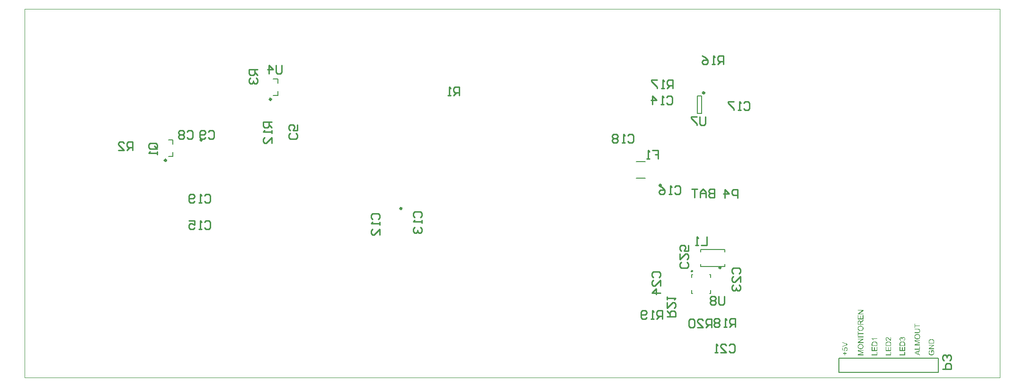
<source format=gbo>
%FSLAX25Y25*%
%MOIN*%
G70*
G01*
G75*
G04 Layer_Color=32896*
G04:AMPARAMS|DCode=10|XSize=23.62mil|YSize=61.02mil|CornerRadius=5.91mil|HoleSize=0mil|Usage=FLASHONLY|Rotation=0.000|XOffset=0mil|YOffset=0mil|HoleType=Round|Shape=RoundedRectangle|*
%AMROUNDEDRECTD10*
21,1,0.02362,0.04921,0,0,0.0*
21,1,0.01181,0.06102,0,0,0.0*
1,1,0.01181,0.00591,-0.02461*
1,1,0.01181,-0.00591,-0.02461*
1,1,0.01181,-0.00591,0.02461*
1,1,0.01181,0.00591,0.02461*
%
%ADD10ROUNDEDRECTD10*%
%ADD11O,0.07480X0.02362*%
%ADD12O,0.01378X0.07087*%
G04:AMPARAMS|DCode=13|XSize=23.62mil|YSize=61.02mil|CornerRadius=5.91mil|HoleSize=0mil|Usage=FLASHONLY|Rotation=270.000|XOffset=0mil|YOffset=0mil|HoleType=Round|Shape=RoundedRectangle|*
%AMROUNDEDRECTD13*
21,1,0.02362,0.04921,0,0,270.0*
21,1,0.01181,0.06102,0,0,270.0*
1,1,0.01181,-0.02461,-0.00591*
1,1,0.01181,-0.02461,0.00591*
1,1,0.01181,0.02461,0.00591*
1,1,0.01181,0.02461,-0.00591*
%
%ADD13ROUNDEDRECTD13*%
%ADD14R,0.03937X0.05315*%
%ADD15R,0.04134X0.04331*%
%ADD16R,0.03150X0.01969*%
%ADD17R,0.01969X0.03150*%
%ADD18R,0.04724X0.05315*%
%ADD19R,0.05315X0.04724*%
%ADD20R,0.05709X0.04528*%
%ADD21R,0.04528X0.05709*%
%ADD22C,0.01969*%
%ADD23C,0.01500*%
%ADD24C,0.02000*%
%ADD25C,0.01300*%
%ADD26C,0.04000*%
%ADD27C,0.05000*%
%ADD28C,0.03000*%
%ADD29C,0.06500*%
%ADD30C,0.06000*%
%ADD31R,0.03500X0.07500*%
%ADD32R,0.04724X0.07087*%
%ADD33R,0.07500X0.03500*%
%ADD34R,0.05600X0.07700*%
%ADD35C,0.00100*%
%ADD36C,0.11417*%
%ADD37C,0.15354*%
%ADD38C,0.11024*%
%ADD39C,0.05906*%
%ADD40R,0.05906X0.05906*%
%ADD41C,0.06000*%
%ADD42R,0.05906X0.05906*%
%ADD43P,0.05966X8X112.5*%
%ADD44C,0.05512*%
%ADD45C,0.11811*%
%ADD46C,0.10236*%
%ADD47C,0.05000*%
%ADD48C,0.02284*%
%ADD49C,0.15700*%
%ADD50C,0.04000*%
%ADD51C,0.02000*%
%ADD52C,0.06200*%
%ADD53R,0.06693X0.12598*%
%ADD54R,0.09449X0.06496*%
%ADD55O,0.01102X0.03347*%
%ADD56R,0.03543X0.02559*%
%ADD57R,0.06102X0.05512*%
%ADD58R,0.04331X0.04134*%
%ADD59R,0.03937X0.02362*%
%ADD60C,0.04500*%
%ADD61C,0.01000*%
%ADD62C,0.02500*%
%ADD63C,0.07000*%
%ADD64C,0.03500*%
%ADD65C,0.05500*%
%ADD66R,0.07087X0.04724*%
%ADD67R,0.02756X0.01102*%
%ADD68C,0.01575*%
%ADD69C,0.02362*%
%ADD70C,0.03937*%
%ADD71C,0.00787*%
%ADD72C,0.00800*%
G04:AMPARAMS|DCode=73|XSize=31.62mil|YSize=69.02mil|CornerRadius=9.91mil|HoleSize=0mil|Usage=FLASHONLY|Rotation=0.000|XOffset=0mil|YOffset=0mil|HoleType=Round|Shape=RoundedRectangle|*
%AMROUNDEDRECTD73*
21,1,0.03162,0.04921,0,0,0.0*
21,1,0.01181,0.06902,0,0,0.0*
1,1,0.01981,0.00591,-0.02461*
1,1,0.01981,-0.00591,-0.02461*
1,1,0.01981,-0.00591,0.02461*
1,1,0.01981,0.00591,0.02461*
%
%ADD73ROUNDEDRECTD73*%
%ADD74O,0.08280X0.03162*%
%ADD75O,0.02178X0.07887*%
G04:AMPARAMS|DCode=76|XSize=31.62mil|YSize=69.02mil|CornerRadius=9.91mil|HoleSize=0mil|Usage=FLASHONLY|Rotation=270.000|XOffset=0mil|YOffset=0mil|HoleType=Round|Shape=RoundedRectangle|*
%AMROUNDEDRECTD76*
21,1,0.03162,0.04921,0,0,270.0*
21,1,0.01181,0.06902,0,0,270.0*
1,1,0.01981,-0.02461,-0.00591*
1,1,0.01981,-0.02461,0.00591*
1,1,0.01981,0.02461,0.00591*
1,1,0.01981,0.02461,-0.00591*
%
%ADD76ROUNDEDRECTD76*%
%ADD77R,0.04737X0.06115*%
%ADD78R,0.04934X0.05131*%
%ADD79R,0.03950X0.02769*%
%ADD80R,0.02769X0.03950*%
%ADD81R,0.05524X0.06115*%
%ADD82R,0.06115X0.05524*%
%ADD83R,0.06509X0.05328*%
%ADD84R,0.05328X0.06509*%
%ADD85C,0.12217*%
%ADD86C,0.16154*%
%ADD87C,0.11824*%
%ADD88C,0.06706*%
%ADD89R,0.06706X0.06706*%
%ADD90C,0.06800*%
%ADD91R,0.06706X0.06706*%
%ADD92P,0.06832X8X112.5*%
%ADD93C,0.06312*%
%ADD94C,0.12611*%
%ADD95C,0.11036*%
%ADD96C,0.05800*%
%ADD97C,0.03084*%
%ADD98C,0.16500*%
%ADD99C,0.04800*%
%ADD100C,0.02800*%
%ADD101C,0.07000*%
%ADD102R,0.07493X0.13398*%
%ADD103R,0.10000X0.07047*%
%ADD104O,0.01654X0.03898*%
%ADD105R,0.04343X0.03359*%
%ADD106R,0.06902X0.06312*%
%ADD107R,0.05131X0.04934*%
%ADD108R,0.04737X0.03162*%
%ADD109R,0.03556X0.01902*%
%ADD110R,0.04134X0.02677*%
%ADD111R,0.01969X0.01024*%
%ADD112O,0.00906X0.03150*%
G36*
X191969Y3094D02*
X192016D01*
X192121Y3088D01*
X192238Y3077D01*
X192373Y3053D01*
X192507Y3030D01*
X192636Y2995D01*
X192642D01*
X192653Y2989D01*
X192671Y2983D01*
X192694Y2977D01*
X192753Y2954D01*
X192835Y2925D01*
X192922Y2890D01*
X193016Y2843D01*
X193110Y2790D01*
X193198Y2732D01*
X193209Y2726D01*
X193233Y2702D01*
X193273Y2673D01*
X193326Y2626D01*
X193379Y2580D01*
X193437Y2515D01*
X193496Y2451D01*
X193549Y2381D01*
X193554Y2375D01*
X193566Y2346D01*
X193589Y2305D01*
X193619Y2252D01*
X193648Y2188D01*
X193677Y2112D01*
X193706Y2024D01*
X193736Y1924D01*
Y1913D01*
X193747Y1878D01*
X193753Y1825D01*
X193765Y1749D01*
X193777Y1661D01*
X193788Y1556D01*
X193794Y1439D01*
X193800Y1310D01*
Y-71D01*
X189956D01*
Y1246D01*
Y1252D01*
Y1263D01*
Y1287D01*
Y1322D01*
Y1357D01*
Y1404D01*
X189962Y1503D01*
X189968Y1609D01*
X189980Y1726D01*
X189997Y1837D01*
X190015Y1930D01*
Y1936D01*
X190021Y1948D01*
Y1960D01*
X190033Y1983D01*
X190050Y2047D01*
X190079Y2123D01*
X190114Y2211D01*
X190161Y2305D01*
X190220Y2398D01*
X190290Y2492D01*
Y2498D01*
X190302Y2503D01*
X190337Y2544D01*
X190395Y2597D01*
X190471Y2661D01*
X190565Y2737D01*
X190676Y2814D01*
X190805Y2884D01*
X190951Y2948D01*
X190957D01*
X190969Y2954D01*
X190992Y2960D01*
X191021Y2971D01*
X191056Y2983D01*
X191103Y2995D01*
X191156Y3012D01*
X191214Y3024D01*
X191279Y3036D01*
X191349Y3053D01*
X191501Y3077D01*
X191671Y3094D01*
X191858Y3100D01*
X191934D01*
X191969Y3094D01*
D02*
G37*
G36*
X192747Y6119D02*
X192794Y6113D01*
X192841Y6107D01*
X192899Y6095D01*
X192958Y6078D01*
X193092Y6037D01*
X193168Y6008D01*
X193238Y5967D01*
X193309Y5926D01*
X193379Y5879D01*
X193449Y5821D01*
X193519Y5756D01*
X193525Y5750D01*
X193537Y5739D01*
X193549Y5721D01*
X193572Y5692D01*
X193601Y5657D01*
X193630Y5610D01*
X193660Y5557D01*
X193689Y5505D01*
X193724Y5440D01*
X193753Y5370D01*
X193782Y5294D01*
X193812Y5212D01*
X193835Y5124D01*
X193847Y5031D01*
X193859Y4931D01*
X193864Y4832D01*
Y4826D01*
Y4808D01*
Y4785D01*
X193859Y4750D01*
X193853Y4703D01*
X193847Y4656D01*
X193841Y4598D01*
X193829Y4539D01*
X193794Y4405D01*
X193736Y4264D01*
X193706Y4194D01*
X193666Y4130D01*
X193619Y4060D01*
X193566Y3995D01*
X193560Y3989D01*
X193554Y3984D01*
X193537Y3966D01*
X193513Y3943D01*
X193478Y3919D01*
X193443Y3890D01*
X193402Y3855D01*
X193355Y3826D01*
X193238Y3755D01*
X193104Y3697D01*
X192952Y3644D01*
X192870Y3627D01*
X192782Y3615D01*
X192718Y4089D01*
X192724D01*
X192735Y4095D01*
X192759D01*
X192782Y4106D01*
X192852Y4124D01*
X192940Y4153D01*
X193034Y4188D01*
X193133Y4235D01*
X193221Y4294D01*
X193297Y4358D01*
X193303Y4370D01*
X193326Y4393D01*
X193350Y4434D01*
X193385Y4493D01*
X193414Y4557D01*
X193443Y4639D01*
X193467Y4732D01*
X193472Y4832D01*
Y4838D01*
Y4849D01*
Y4867D01*
X193467Y4890D01*
X193461Y4949D01*
X193443Y5025D01*
X193414Y5119D01*
X193379Y5212D01*
X193320Y5306D01*
X193244Y5393D01*
X193233Y5405D01*
X193203Y5429D01*
X193157Y5464D01*
X193086Y5510D01*
X193004Y5551D01*
X192905Y5587D01*
X192794Y5610D01*
X192671Y5622D01*
X192642D01*
X192618Y5616D01*
X192560Y5610D01*
X192484Y5592D01*
X192402Y5569D01*
X192308Y5528D01*
X192220Y5475D01*
X192139Y5405D01*
X192127Y5393D01*
X192104Y5370D01*
X192074Y5323D01*
X192033Y5259D01*
X191992Y5183D01*
X191963Y5089D01*
X191940Y4990D01*
X191928Y4873D01*
Y4867D01*
Y4849D01*
Y4820D01*
X191934Y4779D01*
X191940Y4732D01*
X191946Y4674D01*
X191957Y4609D01*
X191975Y4539D01*
X191559Y4592D01*
Y4598D01*
Y4621D01*
X191565Y4645D01*
Y4668D01*
Y4674D01*
Y4680D01*
Y4697D01*
Y4721D01*
X191559Y4773D01*
X191548Y4849D01*
X191530Y4931D01*
X191501Y5019D01*
X191466Y5113D01*
X191413Y5206D01*
X191407Y5218D01*
X191384Y5247D01*
X191343Y5282D01*
X191290Y5329D01*
X191226Y5376D01*
X191144Y5411D01*
X191045Y5440D01*
X190928Y5452D01*
X190887D01*
X190840Y5440D01*
X190776Y5429D01*
X190711Y5411D01*
X190641Y5376D01*
X190565Y5335D01*
X190501Y5276D01*
X190495Y5271D01*
X190471Y5247D01*
X190442Y5206D01*
X190413Y5154D01*
X190378Y5089D01*
X190354Y5013D01*
X190331Y4925D01*
X190325Y4826D01*
Y4820D01*
Y4814D01*
Y4779D01*
X190337Y4727D01*
X190348Y4668D01*
X190366Y4592D01*
X190401Y4516D01*
X190442Y4440D01*
X190501Y4364D01*
X190506Y4358D01*
X190530Y4335D01*
X190571Y4305D01*
X190629Y4270D01*
X190700Y4229D01*
X190787Y4194D01*
X190893Y4159D01*
X191015Y4136D01*
X190934Y3662D01*
X190928D01*
X190910Y3668D01*
X190887Y3673D01*
X190857Y3679D01*
X190816Y3691D01*
X190770Y3703D01*
X190664Y3744D01*
X190547Y3791D01*
X190425Y3861D01*
X190307Y3943D01*
X190202Y4048D01*
X190196Y4054D01*
X190191Y4060D01*
X190179Y4077D01*
X190161Y4106D01*
X190144Y4136D01*
X190120Y4171D01*
X190068Y4259D01*
X190021Y4370D01*
X189980Y4504D01*
X189951Y4651D01*
X189939Y4732D01*
Y4814D01*
Y4820D01*
Y4826D01*
Y4843D01*
Y4867D01*
X189945Y4925D01*
X189956Y5001D01*
X189974Y5089D01*
X189997Y5189D01*
X190033Y5288D01*
X190079Y5388D01*
Y5393D01*
X190085Y5399D01*
X190103Y5434D01*
X190132Y5481D01*
X190173Y5540D01*
X190226Y5604D01*
X190290Y5674D01*
X190366Y5739D01*
X190448Y5797D01*
X190460Y5803D01*
X190489Y5821D01*
X190536Y5844D01*
X190594Y5867D01*
X190670Y5891D01*
X190752Y5914D01*
X190840Y5932D01*
X190939Y5937D01*
X190980D01*
X191027Y5932D01*
X191086Y5920D01*
X191156Y5902D01*
X191232Y5879D01*
X191314Y5850D01*
X191390Y5803D01*
X191402Y5797D01*
X191425Y5779D01*
X191460Y5744D01*
X191507Y5703D01*
X191559Y5645D01*
X191612Y5581D01*
X191671Y5499D01*
X191717Y5405D01*
Y5411D01*
X191723Y5423D01*
Y5440D01*
X191735Y5464D01*
X191753Y5522D01*
X191788Y5598D01*
X191829Y5680D01*
X191887Y5768D01*
X191957Y5856D01*
X192045Y5932D01*
X192057Y5937D01*
X192092Y5961D01*
X192145Y5990D01*
X192215Y6031D01*
X192302Y6066D01*
X192408Y6095D01*
X192531Y6119D01*
X192665Y6125D01*
X192712D01*
X192747Y6119D01*
D02*
G37*
G36*
X193800Y-6658D02*
X189956D01*
Y-6149D01*
X193350D01*
Y-4259D01*
X193800D01*
Y-6658D01*
D02*
G37*
G36*
Y-3639D02*
X189956D01*
Y-860D01*
X190407D01*
Y-3130D01*
X191589D01*
Y-1006D01*
X192039D01*
Y-3130D01*
X193350D01*
Y-772D01*
X193800D01*
Y-3639D01*
D02*
G37*
G36*
X184000Y-6658D02*
X180157D01*
Y-6149D01*
X183549D01*
Y-4259D01*
X184000D01*
Y-6658D01*
D02*
G37*
G36*
Y3545D02*
X183936D01*
X183895Y3551D01*
X183848Y3557D01*
X183795Y3562D01*
X183737Y3580D01*
X183678Y3598D01*
X183672D01*
X183667Y3603D01*
X183631Y3615D01*
X183585Y3638D01*
X183514Y3673D01*
X183438Y3714D01*
X183351Y3773D01*
X183263Y3831D01*
X183169Y3907D01*
X183163D01*
X183158Y3919D01*
X183123Y3949D01*
X183070Y3995D01*
X183000Y4065D01*
X182918Y4153D01*
X182818Y4259D01*
X182707Y4387D01*
X182584Y4528D01*
X182578Y4533D01*
X182561Y4557D01*
X182537Y4586D01*
X182497Y4627D01*
X182456Y4680D01*
X182403Y4738D01*
X182292Y4867D01*
X182157Y5007D01*
X182023Y5148D01*
X181958Y5218D01*
X181894Y5276D01*
X181830Y5329D01*
X181771Y5376D01*
X181765D01*
X181759Y5388D01*
X181742Y5399D01*
X181719Y5411D01*
X181660Y5446D01*
X181584Y5487D01*
X181496Y5528D01*
X181403Y5563D01*
X181297Y5587D01*
X181198Y5598D01*
X181186D01*
X181151Y5592D01*
X181098Y5587D01*
X181034Y5575D01*
X180958Y5545D01*
X180882Y5510D01*
X180800Y5464D01*
X180724Y5393D01*
X180718Y5382D01*
X180695Y5358D01*
X180666Y5311D01*
X180624Y5253D01*
X180589Y5177D01*
X180560Y5089D01*
X180537Y4984D01*
X180531Y4867D01*
Y4861D01*
Y4849D01*
Y4832D01*
X180537Y4808D01*
X180543Y4750D01*
X180554Y4674D01*
X180584Y4586D01*
X180619Y4493D01*
X180671Y4405D01*
X180742Y4323D01*
X180753Y4317D01*
X180777Y4294D01*
X180824Y4259D01*
X180888Y4223D01*
X180970Y4183D01*
X181063Y4153D01*
X181175Y4130D01*
X181303Y4118D01*
X181251Y3633D01*
X181227D01*
X181198Y3638D01*
X181163Y3644D01*
X181116Y3656D01*
X181063Y3662D01*
X180946Y3697D01*
X180812Y3744D01*
X180677Y3808D01*
X180543Y3896D01*
X180484Y3943D01*
X180426Y4001D01*
X180420Y4007D01*
X180414Y4019D01*
X180396Y4036D01*
X180379Y4060D01*
X180361Y4095D01*
X180332Y4136D01*
X180309Y4183D01*
X180279Y4235D01*
X180256Y4294D01*
X180227Y4358D01*
X180203Y4434D01*
X180186Y4510D01*
X180151Y4686D01*
X180145Y4779D01*
X180139Y4879D01*
Y4885D01*
Y4902D01*
Y4931D01*
X180145Y4972D01*
X180151Y5019D01*
X180157Y5072D01*
X180162Y5130D01*
X180180Y5195D01*
X180215Y5335D01*
X180268Y5481D01*
X180303Y5557D01*
X180344Y5627D01*
X180396Y5692D01*
X180449Y5756D01*
X180455Y5762D01*
X180461Y5768D01*
X180478Y5785D01*
X180502Y5809D01*
X180537Y5832D01*
X180572Y5861D01*
X180660Y5920D01*
X180771Y5978D01*
X180900Y6031D01*
X181046Y6072D01*
X181128Y6078D01*
X181210Y6084D01*
X181251D01*
X181297Y6078D01*
X181356Y6072D01*
X181426Y6060D01*
X181502Y6043D01*
X181584Y6019D01*
X181666Y5984D01*
X181677Y5978D01*
X181707Y5967D01*
X181748Y5943D01*
X181806Y5908D01*
X181876Y5867D01*
X181958Y5815D01*
X182040Y5744D01*
X182134Y5668D01*
X182146Y5657D01*
X182181Y5627D01*
X182233Y5575D01*
X182268Y5540D01*
X182309Y5499D01*
X182356Y5452D01*
X182409Y5393D01*
X182461Y5335D01*
X182526Y5271D01*
X182590Y5200D01*
X182660Y5119D01*
X182730Y5037D01*
X182812Y4943D01*
X182818Y4937D01*
X182830Y4925D01*
X182848Y4902D01*
X182871Y4873D01*
X182929Y4803D01*
X183005Y4715D01*
X183087Y4627D01*
X183169Y4533D01*
X183239Y4457D01*
X183269Y4428D01*
X183298Y4399D01*
X183304Y4393D01*
X183321Y4381D01*
X183345Y4358D01*
X183380Y4329D01*
X183456Y4264D01*
X183549Y4200D01*
Y6090D01*
X184000D01*
Y3545D01*
D02*
G37*
G36*
X174200Y-6658D02*
X170357D01*
Y-6149D01*
X173749D01*
Y-4259D01*
X174200D01*
Y-6658D01*
D02*
G37*
G36*
X184000Y-3639D02*
X180157D01*
Y-860D01*
X180607D01*
Y-3130D01*
X181789D01*
Y-1006D01*
X182239D01*
Y-3130D01*
X183549D01*
Y-772D01*
X184000D01*
Y-3639D01*
D02*
G37*
G36*
X182169Y3094D02*
X182216D01*
X182321Y3088D01*
X182438Y3077D01*
X182573Y3053D01*
X182707Y3030D01*
X182836Y2995D01*
X182842D01*
X182853Y2989D01*
X182871Y2983D01*
X182894Y2977D01*
X182953Y2954D01*
X183035Y2925D01*
X183123Y2890D01*
X183216Y2843D01*
X183310Y2790D01*
X183397Y2732D01*
X183409Y2726D01*
X183432Y2702D01*
X183474Y2673D01*
X183526Y2626D01*
X183579Y2580D01*
X183637Y2515D01*
X183696Y2451D01*
X183748Y2381D01*
X183754Y2375D01*
X183766Y2346D01*
X183789Y2305D01*
X183819Y2252D01*
X183848Y2188D01*
X183877Y2112D01*
X183906Y2024D01*
X183936Y1924D01*
Y1913D01*
X183947Y1878D01*
X183953Y1825D01*
X183965Y1749D01*
X183977Y1661D01*
X183988Y1556D01*
X183994Y1439D01*
X184000Y1310D01*
Y-71D01*
X180157D01*
Y1246D01*
Y1252D01*
Y1263D01*
Y1287D01*
Y1322D01*
Y1357D01*
Y1404D01*
X180162Y1503D01*
X180168Y1609D01*
X180180Y1726D01*
X180198Y1837D01*
X180215Y1930D01*
Y1936D01*
X180221Y1948D01*
Y1960D01*
X180233Y1983D01*
X180250Y2047D01*
X180279Y2123D01*
X180315Y2211D01*
X180361Y2305D01*
X180420Y2398D01*
X180490Y2492D01*
Y2498D01*
X180502Y2503D01*
X180537Y2544D01*
X180595Y2597D01*
X180671Y2661D01*
X180765Y2737D01*
X180876Y2814D01*
X181005Y2884D01*
X181151Y2948D01*
X181157D01*
X181169Y2954D01*
X181192Y2960D01*
X181221Y2971D01*
X181256Y2983D01*
X181303Y2995D01*
X181356Y3012D01*
X181414Y3024D01*
X181479Y3036D01*
X181549Y3053D01*
X181701Y3077D01*
X181871Y3094D01*
X182058Y3100D01*
X182134D01*
X182169Y3094D01*
D02*
G37*
G36*
X212469Y4680D02*
X212516D01*
X212621Y4674D01*
X212738Y4662D01*
X212873Y4639D01*
X213007Y4615D01*
X213136Y4580D01*
X213142D01*
X213153Y4574D01*
X213171Y4569D01*
X213194Y4563D01*
X213253Y4539D01*
X213335Y4510D01*
X213422Y4475D01*
X213516Y4428D01*
X213610Y4375D01*
X213697Y4317D01*
X213709Y4311D01*
X213733Y4288D01*
X213773Y4259D01*
X213826Y4212D01*
X213879Y4165D01*
X213937Y4101D01*
X213996Y4036D01*
X214049Y3966D01*
X214054Y3960D01*
X214066Y3931D01*
X214089Y3890D01*
X214119Y3837D01*
X214148Y3773D01*
X214177Y3697D01*
X214206Y3609D01*
X214236Y3510D01*
Y3498D01*
X214247Y3463D01*
X214253Y3410D01*
X214265Y3334D01*
X214277Y3246D01*
X214288Y3141D01*
X214294Y3024D01*
X214300Y2895D01*
Y1515D01*
X210457D01*
Y2831D01*
Y2837D01*
Y2849D01*
Y2872D01*
Y2907D01*
Y2942D01*
Y2989D01*
X210462Y3088D01*
X210468Y3194D01*
X210480Y3311D01*
X210497Y3422D01*
X210515Y3516D01*
Y3521D01*
X210521Y3533D01*
Y3545D01*
X210533Y3568D01*
X210550Y3633D01*
X210579Y3709D01*
X210614Y3796D01*
X210661Y3890D01*
X210720Y3984D01*
X210790Y4077D01*
Y4083D01*
X210802Y4089D01*
X210837Y4130D01*
X210895Y4183D01*
X210971Y4247D01*
X211065Y4323D01*
X211176Y4399D01*
X211305Y4469D01*
X211451Y4533D01*
X211457D01*
X211469Y4539D01*
X211492Y4545D01*
X211521Y4557D01*
X211556Y4569D01*
X211603Y4580D01*
X211656Y4598D01*
X211714Y4609D01*
X211779Y4621D01*
X211849Y4639D01*
X212001Y4662D01*
X212171Y4680D01*
X212358Y4686D01*
X212434D01*
X212469Y4680D01*
D02*
G37*
G36*
X204300Y-3645D02*
X203136Y-4089D01*
Y-5704D01*
X204300Y-6119D01*
Y-6658D01*
X200457Y-5189D01*
Y-4634D01*
X204300Y-3071D01*
Y-3645D01*
D02*
G37*
G36*
X213773Y-3112D02*
X213779Y-3124D01*
X213797Y-3142D01*
X213814Y-3171D01*
X213844Y-3206D01*
X213867Y-3247D01*
X213937Y-3347D01*
X214007Y-3463D01*
X214084Y-3592D01*
X214154Y-3738D01*
X214218Y-3885D01*
Y-3890D01*
X214224Y-3902D01*
X214230Y-3926D01*
X214242Y-3955D01*
X214253Y-3990D01*
X214265Y-4031D01*
X214277Y-4084D01*
X214288Y-4136D01*
X214317Y-4259D01*
X214341Y-4394D01*
X214358Y-4546D01*
X214364Y-4698D01*
Y-4704D01*
Y-4721D01*
Y-4750D01*
X214358Y-4791D01*
Y-4844D01*
X214353Y-4903D01*
X214347Y-4967D01*
X214335Y-5037D01*
X214306Y-5201D01*
X214265Y-5371D01*
X214206Y-5552D01*
X214124Y-5727D01*
X214119Y-5733D01*
X214113Y-5745D01*
X214101Y-5774D01*
X214078Y-5804D01*
X214054Y-5844D01*
X214025Y-5885D01*
X213949Y-5985D01*
X213849Y-6102D01*
X213727Y-6213D01*
X213586Y-6324D01*
X213428Y-6424D01*
X213422D01*
X213405Y-6435D01*
X213382Y-6447D01*
X213347Y-6459D01*
X213305Y-6476D01*
X213253Y-6500D01*
X213194Y-6517D01*
X213124Y-6541D01*
X213054Y-6564D01*
X212972Y-6582D01*
X212796Y-6622D01*
X212603Y-6646D01*
X212399Y-6658D01*
X212346D01*
X212305Y-6652D01*
X212252D01*
X212194Y-6646D01*
X212130Y-6640D01*
X212059Y-6628D01*
X211896Y-6599D01*
X211720Y-6558D01*
X211533Y-6500D01*
X211352Y-6424D01*
X211346D01*
X211328Y-6412D01*
X211305Y-6400D01*
X211270Y-6383D01*
X211229Y-6353D01*
X211188Y-6324D01*
X211077Y-6254D01*
X210960Y-6154D01*
X210843Y-6043D01*
X210732Y-5903D01*
X210679Y-5833D01*
X210632Y-5751D01*
Y-5745D01*
X210620Y-5733D01*
X210609Y-5704D01*
X210597Y-5675D01*
X210574Y-5634D01*
X210556Y-5581D01*
X210533Y-5523D01*
X210509Y-5458D01*
X210492Y-5388D01*
X210468Y-5312D01*
X210427Y-5137D01*
X210404Y-4949D01*
X210392Y-4739D01*
Y-4733D01*
Y-4721D01*
Y-4698D01*
Y-4669D01*
X210398Y-4634D01*
Y-4587D01*
X210410Y-4487D01*
X210427Y-4376D01*
X210451Y-4247D01*
X210486Y-4119D01*
X210533Y-3990D01*
Y-3984D01*
X210539Y-3972D01*
X210544Y-3955D01*
X210556Y-3932D01*
X210585Y-3873D01*
X210632Y-3797D01*
X210685Y-3709D01*
X210749Y-3621D01*
X210819Y-3534D01*
X210907Y-3458D01*
X210919Y-3452D01*
X210948Y-3428D01*
X211001Y-3393D01*
X211077Y-3347D01*
X211164Y-3300D01*
X211270Y-3253D01*
X211392Y-3206D01*
X211533Y-3165D01*
X211662Y-3627D01*
X211656D01*
X211650Y-3633D01*
X211615Y-3639D01*
X211562Y-3662D01*
X211492Y-3686D01*
X211422Y-3715D01*
X211346Y-3750D01*
X211270Y-3791D01*
X211199Y-3838D01*
X211194Y-3844D01*
X211170Y-3861D01*
X211141Y-3890D01*
X211100Y-3932D01*
X211059Y-3984D01*
X211012Y-4048D01*
X210971Y-4119D01*
X210930Y-4206D01*
X210925Y-4218D01*
X210913Y-4247D01*
X210895Y-4300D01*
X210878Y-4364D01*
X210860Y-4440D01*
X210843Y-4528D01*
X210831Y-4628D01*
X210825Y-4733D01*
Y-4739D01*
Y-4750D01*
Y-4768D01*
Y-4791D01*
X210831Y-4856D01*
X210837Y-4938D01*
X210854Y-5031D01*
X210872Y-5137D01*
X210901Y-5236D01*
X210936Y-5336D01*
X210942Y-5347D01*
X210954Y-5376D01*
X210977Y-5423D01*
X211012Y-5482D01*
X211053Y-5546D01*
X211100Y-5616D01*
X211153Y-5681D01*
X211217Y-5745D01*
X211223Y-5751D01*
X211246Y-5768D01*
X211281Y-5798D01*
X211328Y-5833D01*
X211387Y-5874D01*
X211451Y-5915D01*
X211521Y-5950D01*
X211597Y-5985D01*
X211603D01*
X211615Y-5991D01*
X211632Y-5996D01*
X211662Y-6008D01*
X211691Y-6020D01*
X211732Y-6032D01*
X211825Y-6055D01*
X211943Y-6084D01*
X212071Y-6108D01*
X212217Y-6125D01*
X212369Y-6131D01*
X212416D01*
X212457Y-6125D01*
X212498D01*
X212551Y-6119D01*
X212609Y-6114D01*
X212668Y-6108D01*
X212808Y-6090D01*
X212954Y-6055D01*
X213095Y-6014D01*
X213235Y-5956D01*
X213241D01*
X213253Y-5950D01*
X213270Y-5938D01*
X213294Y-5920D01*
X213352Y-5880D01*
X213428Y-5827D01*
X213510Y-5757D01*
X213598Y-5669D01*
X213680Y-5564D01*
X213750Y-5447D01*
Y-5441D01*
X213756Y-5429D01*
X213768Y-5412D01*
X213773Y-5388D01*
X213785Y-5359D01*
X213803Y-5318D01*
X213832Y-5230D01*
X213861Y-5119D01*
X213891Y-5002D01*
X213908Y-4868D01*
X213914Y-4727D01*
Y-4721D01*
Y-4710D01*
Y-4692D01*
Y-4669D01*
X213908Y-4604D01*
X213896Y-4522D01*
X213885Y-4429D01*
X213861Y-4318D01*
X213832Y-4201D01*
X213791Y-4084D01*
Y-4078D01*
X213785Y-4072D01*
X213779Y-4054D01*
X213768Y-4031D01*
X213744Y-3972D01*
X213709Y-3902D01*
X213668Y-3826D01*
X213621Y-3750D01*
X213569Y-3674D01*
X213516Y-3604D01*
X212791D01*
Y-4733D01*
X212340D01*
Y-3107D01*
X213768D01*
X213773Y-3112D01*
D02*
G37*
G36*
X214300Y140D02*
X211281Y-1878D01*
X214300D01*
Y-2364D01*
X210457D01*
Y-1849D01*
X213475Y175D01*
X210457D01*
Y661D01*
X214300D01*
Y140D01*
D02*
G37*
G36*
X204300Y-2680D02*
X200457D01*
Y-2171D01*
X203850D01*
Y-281D01*
X204300D01*
Y-2680D01*
D02*
G37*
G36*
X202826Y11986D02*
X202878D01*
X202943Y11981D01*
X203013Y11975D01*
X203159Y11957D01*
X203311Y11934D01*
X203463Y11904D01*
X203598Y11858D01*
X203604D01*
X203616Y11852D01*
X203633Y11846D01*
X203657Y11834D01*
X203715Y11799D01*
X203797Y11752D01*
X203885Y11688D01*
X203978Y11606D01*
X204066Y11501D01*
X204154Y11384D01*
Y11378D01*
X204166Y11366D01*
X204171Y11349D01*
X204189Y11320D01*
X204201Y11290D01*
X204218Y11249D01*
X204241Y11197D01*
X204259Y11144D01*
X204277Y11085D01*
X204300Y11015D01*
X204318Y10945D01*
X204329Y10863D01*
X204353Y10688D01*
X204364Y10489D01*
Y10483D01*
Y10465D01*
Y10436D01*
X204359Y10401D01*
Y10354D01*
X204353Y10302D01*
X204347Y10243D01*
X204341Y10179D01*
X204318Y10038D01*
X204288Y9892D01*
X204241Y9740D01*
X204183Y9605D01*
Y9600D01*
X204171Y9588D01*
X204166Y9576D01*
X204148Y9553D01*
X204107Y9488D01*
X204043Y9418D01*
X203967Y9336D01*
X203879Y9260D01*
X203768Y9184D01*
X203645Y9120D01*
X203639D01*
X203627Y9114D01*
X203610Y9108D01*
X203580Y9097D01*
X203545Y9085D01*
X203499Y9073D01*
X203446Y9061D01*
X203387Y9050D01*
X203323Y9032D01*
X203253Y9020D01*
X203171Y9009D01*
X203089Y8997D01*
X202995Y8985D01*
X202896Y8980D01*
X202791Y8974D01*
X200457D01*
Y9483D01*
X202802D01*
X202849Y9488D01*
X202960Y9494D01*
X203077Y9506D01*
X203200Y9518D01*
X203317Y9541D01*
X203370Y9553D01*
X203417Y9570D01*
X203428Y9576D01*
X203458Y9588D01*
X203499Y9611D01*
X203551Y9646D01*
X203610Y9687D01*
X203674Y9746D01*
X203732Y9810D01*
X203785Y9892D01*
X203791Y9904D01*
X203803Y9933D01*
X203826Y9980D01*
X203844Y10044D01*
X203867Y10126D01*
X203890Y10220D01*
X203902Y10325D01*
X203908Y10442D01*
Y10448D01*
Y10465D01*
Y10495D01*
X203902Y10536D01*
Y10582D01*
X203896Y10635D01*
X203879Y10752D01*
X203844Y10887D01*
X203803Y11015D01*
X203738Y11138D01*
X203703Y11197D01*
X203657Y11243D01*
X203651D01*
X203645Y11255D01*
X203627Y11267D01*
X203604Y11278D01*
X203575Y11302D01*
X203539Y11320D01*
X203493Y11343D01*
X203440Y11366D01*
X203376Y11384D01*
X203306Y11407D01*
X203229Y11431D01*
X203136Y11448D01*
X203036Y11460D01*
X202931Y11472D01*
X202808Y11483D01*
X200457D01*
Y11992D01*
X202773D01*
X202826Y11986D01*
D02*
G37*
G36*
X200907Y14326D02*
X204300D01*
Y13817D01*
X200907D01*
Y12554D01*
X200457D01*
Y15590D01*
X200907D01*
Y14326D01*
D02*
G37*
G36*
X204300Y3486D02*
X201082D01*
X204300Y2363D01*
Y1907D01*
X201030Y801D01*
X204300D01*
Y310D01*
X200457D01*
Y1070D01*
X203177Y1983D01*
X203183D01*
X203194Y1989D01*
X203212Y1995D01*
X203241Y2000D01*
X203306Y2024D01*
X203387Y2053D01*
X203481Y2082D01*
X203575Y2112D01*
X203668Y2141D01*
X203744Y2164D01*
X203732Y2170D01*
X203703Y2176D01*
X203657Y2193D01*
X203592Y2217D01*
X203504Y2240D01*
X203399Y2275D01*
X203276Y2322D01*
X203130Y2369D01*
X200457Y3287D01*
Y3978D01*
X204300D01*
Y3486D01*
D02*
G37*
G36*
X202486Y8307D02*
X202539D01*
X202598Y8301D01*
X202662Y8295D01*
X202738Y8283D01*
X202902Y8254D01*
X203077Y8213D01*
X203259Y8155D01*
X203434Y8073D01*
X203440D01*
X203452Y8061D01*
X203475Y8049D01*
X203510Y8032D01*
X203545Y8003D01*
X203592Y7973D01*
X203692Y7903D01*
X203803Y7809D01*
X203920Y7693D01*
X204031Y7558D01*
X204130Y7406D01*
Y7400D01*
X204142Y7388D01*
X204154Y7365D01*
X204166Y7330D01*
X204183Y7289D01*
X204206Y7242D01*
X204224Y7189D01*
X204247Y7125D01*
X204288Y6990D01*
X204329Y6832D01*
X204353Y6657D01*
X204364Y6476D01*
Y6470D01*
Y6452D01*
Y6423D01*
X204359Y6382D01*
Y6335D01*
X204353Y6283D01*
X204341Y6218D01*
X204329Y6148D01*
X204300Y6002D01*
X204253Y5838D01*
X204189Y5668D01*
X204154Y5587D01*
X204107Y5505D01*
X204101Y5499D01*
X204095Y5487D01*
X204078Y5464D01*
X204060Y5434D01*
X204031Y5399D01*
X204002Y5358D01*
X203920Y5265D01*
X203815Y5159D01*
X203697Y5048D01*
X203551Y4949D01*
X203393Y4855D01*
X203387D01*
X203370Y4843D01*
X203346Y4838D01*
X203311Y4820D01*
X203270Y4803D01*
X203224Y4785D01*
X203165Y4767D01*
X203101Y4750D01*
X203030Y4727D01*
X202960Y4709D01*
X202797Y4674D01*
X202621Y4651D01*
X202434Y4639D01*
X202393D01*
X202340Y4645D01*
X202276D01*
X202194Y4656D01*
X202100Y4668D01*
X202001Y4680D01*
X201884Y4703D01*
X201767Y4732D01*
X201644Y4762D01*
X201521Y4803D01*
X201398Y4855D01*
X201275Y4914D01*
X201153Y4978D01*
X201042Y5060D01*
X200936Y5148D01*
X200930Y5154D01*
X200913Y5171D01*
X200884Y5200D01*
X200849Y5241D01*
X200807Y5294D01*
X200767Y5353D01*
X200714Y5423D01*
X200661Y5505D01*
X200615Y5598D01*
X200562Y5698D01*
X200521Y5809D01*
X200474Y5926D01*
X200445Y6049D01*
X200416Y6183D01*
X200398Y6329D01*
X200392Y6476D01*
Y6481D01*
Y6499D01*
Y6528D01*
X200398Y6563D01*
Y6610D01*
X200404Y6669D01*
X200416Y6727D01*
X200422Y6797D01*
X200457Y6944D01*
X200503Y7107D01*
X200562Y7271D01*
X200603Y7353D01*
X200650Y7435D01*
Y7441D01*
X200661Y7453D01*
X200673Y7476D01*
X200696Y7505D01*
X200720Y7540D01*
X200755Y7581D01*
X200831Y7675D01*
X200930Y7780D01*
X201053Y7891D01*
X201194Y7991D01*
X201357Y8084D01*
X201363D01*
X201381Y8096D01*
X201404Y8108D01*
X201439Y8119D01*
X201480Y8137D01*
X201533Y8155D01*
X201591Y8178D01*
X201656Y8201D01*
X201732Y8219D01*
X201808Y8242D01*
X201983Y8277D01*
X202176Y8301D01*
X202387Y8313D01*
X202446D01*
X202486Y8307D01*
D02*
G37*
G36*
X174200Y-3639D02*
X170357D01*
Y-860D01*
X170807D01*
Y-3130D01*
X171989D01*
Y-1006D01*
X172439D01*
Y-3130D01*
X173749D01*
Y-772D01*
X174200D01*
Y-3639D01*
D02*
G37*
G36*
X162586Y14151D02*
X162639D01*
X162698Y14145D01*
X162762Y14139D01*
X162838Y14128D01*
X163002Y14098D01*
X163177Y14057D01*
X163359Y13999D01*
X163534Y13917D01*
X163540D01*
X163552Y13905D01*
X163575Y13893D01*
X163610Y13876D01*
X163645Y13847D01*
X163692Y13817D01*
X163792Y13747D01*
X163903Y13654D01*
X164020Y13537D01*
X164131Y13402D01*
X164230Y13250D01*
Y13244D01*
X164242Y13232D01*
X164254Y13209D01*
X164266Y13174D01*
X164283Y13133D01*
X164306Y13086D01*
X164324Y13034D01*
X164347Y12969D01*
X164388Y12835D01*
X164429Y12677D01*
X164453Y12501D01*
X164464Y12320D01*
Y12314D01*
Y12296D01*
Y12267D01*
X164459Y12226D01*
Y12179D01*
X164453Y12127D01*
X164441Y12062D01*
X164429Y11992D01*
X164400Y11846D01*
X164353Y11682D01*
X164289Y11513D01*
X164254Y11431D01*
X164207Y11349D01*
X164201Y11343D01*
X164195Y11331D01*
X164178Y11308D01*
X164160Y11278D01*
X164131Y11243D01*
X164102Y11203D01*
X164020Y11109D01*
X163915Y11004D01*
X163797Y10892D01*
X163651Y10793D01*
X163493Y10699D01*
X163487D01*
X163470Y10688D01*
X163446Y10682D01*
X163411Y10664D01*
X163370Y10647D01*
X163324Y10629D01*
X163265Y10612D01*
X163201Y10594D01*
X163130Y10571D01*
X163060Y10553D01*
X162897Y10518D01*
X162721Y10495D01*
X162534Y10483D01*
X162493D01*
X162440Y10489D01*
X162376D01*
X162294Y10501D01*
X162200Y10512D01*
X162101Y10524D01*
X161984Y10547D01*
X161867Y10576D01*
X161744Y10606D01*
X161621Y10647D01*
X161498Y10699D01*
X161375Y10758D01*
X161253Y10822D01*
X161142Y10904D01*
X161036Y10992D01*
X161030Y10998D01*
X161013Y11015D01*
X160984Y11045D01*
X160949Y11085D01*
X160907Y11138D01*
X160867Y11197D01*
X160814Y11267D01*
X160761Y11349D01*
X160714Y11442D01*
X160662Y11542D01*
X160621Y11653D01*
X160574Y11770D01*
X160545Y11893D01*
X160516Y12027D01*
X160498Y12174D01*
X160492Y12320D01*
Y12326D01*
Y12343D01*
Y12372D01*
X160498Y12408D01*
Y12454D01*
X160504Y12513D01*
X160516Y12571D01*
X160521Y12642D01*
X160556Y12788D01*
X160603Y12952D01*
X160662Y13115D01*
X160703Y13197D01*
X160750Y13279D01*
Y13285D01*
X160761Y13297D01*
X160773Y13320D01*
X160796Y13349D01*
X160820Y13385D01*
X160855Y13426D01*
X160931Y13519D01*
X161030Y13624D01*
X161153Y13735D01*
X161294Y13835D01*
X161457Y13929D01*
X161463D01*
X161481Y13940D01*
X161504Y13952D01*
X161539Y13964D01*
X161580Y13981D01*
X161633Y13999D01*
X161691Y14022D01*
X161756Y14046D01*
X161832Y14063D01*
X161908Y14086D01*
X162083Y14122D01*
X162276Y14145D01*
X162487Y14157D01*
X162546D01*
X162586Y14151D01*
D02*
G37*
G36*
X164400Y17561D02*
X163604Y17052D01*
X163599D01*
X163587Y17041D01*
X163569Y17029D01*
X163546Y17017D01*
X163487Y16976D01*
X163411Y16924D01*
X163324Y16865D01*
X163236Y16801D01*
X163154Y16742D01*
X163078Y16684D01*
X163072Y16678D01*
X163049Y16660D01*
X163014Y16631D01*
X162973Y16602D01*
X162891Y16514D01*
X162850Y16473D01*
X162820Y16427D01*
X162815Y16421D01*
X162809Y16409D01*
X162797Y16386D01*
X162779Y16356D01*
X162744Y16286D01*
X162715Y16198D01*
Y16193D01*
X162709Y16181D01*
Y16157D01*
X162704Y16128D01*
X162698Y16087D01*
Y16040D01*
X162692Y15982D01*
Y15912D01*
Y15327D01*
X164400D01*
Y14818D01*
X160556D01*
Y16520D01*
Y16526D01*
Y16544D01*
Y16567D01*
Y16602D01*
X160562Y16649D01*
Y16696D01*
X160568Y16813D01*
X160580Y16936D01*
X160603Y17064D01*
X160627Y17187D01*
X160644Y17245D01*
X160662Y17298D01*
Y17304D01*
X160668Y17310D01*
X160679Y17345D01*
X160709Y17392D01*
X160750Y17450D01*
X160796Y17521D01*
X160861Y17591D01*
X160937Y17661D01*
X161030Y17725D01*
X161042Y17731D01*
X161077Y17749D01*
X161130Y17778D01*
X161200Y17807D01*
X161288Y17836D01*
X161387Y17866D01*
X161493Y17883D01*
X161609Y17889D01*
X161651D01*
X161680Y17883D01*
X161715D01*
X161756Y17877D01*
X161849Y17854D01*
X161960Y17825D01*
X162072Y17778D01*
X162189Y17708D01*
X162247Y17667D01*
X162300Y17620D01*
X162312Y17608D01*
X162323Y17591D01*
X162347Y17573D01*
X162364Y17544D01*
X162393Y17509D01*
X162417Y17468D01*
X162446Y17421D01*
X162475Y17368D01*
X162505Y17304D01*
X162534Y17240D01*
X162563Y17164D01*
X162592Y17088D01*
X162616Y17000D01*
X162633Y16906D01*
X162651Y16807D01*
X162657Y16818D01*
X162668Y16842D01*
X162686Y16877D01*
X162709Y16918D01*
X162774Y17017D01*
X162809Y17070D01*
X162844Y17111D01*
X162856Y17123D01*
X162879Y17152D01*
X162926Y17193D01*
X162984Y17245D01*
X163060Y17310D01*
X163148Y17380D01*
X163248Y17456D01*
X163359Y17532D01*
X164400Y18199D01*
Y17561D01*
D02*
G37*
G36*
Y5961D02*
X160556D01*
Y6470D01*
X164400D01*
Y5961D01*
D02*
G37*
G36*
X161007Y8851D02*
X164400D01*
Y8342D01*
X161007D01*
Y7078D01*
X160556D01*
Y10114D01*
X161007D01*
Y8851D01*
D02*
G37*
G36*
X164400Y18696D02*
X160556D01*
Y21475D01*
X161007D01*
Y19205D01*
X162189D01*
Y21329D01*
X162639D01*
Y19205D01*
X163950D01*
Y21563D01*
X164400D01*
Y18696D01*
D02*
G37*
G36*
X152089Y-1053D02*
X152136Y-1059D01*
X152189Y-1065D01*
X152247Y-1071D01*
X152311Y-1082D01*
X152452Y-1123D01*
X152598Y-1176D01*
X152680Y-1211D01*
X152756Y-1252D01*
X152832Y-1299D01*
X152902Y-1352D01*
X152908Y-1357D01*
X152920Y-1369D01*
X152943Y-1393D01*
X152972Y-1422D01*
X153007Y-1457D01*
X153049Y-1504D01*
X153089Y-1556D01*
X153130Y-1621D01*
X153177Y-1685D01*
X153218Y-1761D01*
X153259Y-1849D01*
X153294Y-1937D01*
X153323Y-2036D01*
X153347Y-2135D01*
X153358Y-2247D01*
X153364Y-2364D01*
Y-2369D01*
Y-2387D01*
Y-2416D01*
X153358Y-2451D01*
X153353Y-2492D01*
X153347Y-2545D01*
X153341Y-2603D01*
X153329Y-2668D01*
X153294Y-2802D01*
X153242Y-2943D01*
X153206Y-3013D01*
X153165Y-3083D01*
X153124Y-3153D01*
X153072Y-3218D01*
X153066Y-3224D01*
X153060Y-3229D01*
X153043Y-3247D01*
X153019Y-3270D01*
X152990Y-3294D01*
X152955Y-3323D01*
X152914Y-3352D01*
X152867Y-3387D01*
X152756Y-3452D01*
X152621Y-3516D01*
X152469Y-3563D01*
X152382Y-3581D01*
X152294Y-3592D01*
X152259Y-3095D01*
X152276D01*
X152294Y-3089D01*
X152317Y-3083D01*
X152382Y-3066D01*
X152463Y-3042D01*
X152551Y-3013D01*
X152639Y-2966D01*
X152727Y-2914D01*
X152803Y-2843D01*
X152809Y-2832D01*
X152832Y-2808D01*
X152855Y-2767D01*
X152891Y-2709D01*
X152920Y-2639D01*
X152949Y-2557D01*
X152972Y-2463D01*
X152978Y-2364D01*
Y-2358D01*
Y-2346D01*
Y-2329D01*
X152972Y-2305D01*
X152967Y-2241D01*
X152949Y-2159D01*
X152914Y-2071D01*
X152873Y-1972D01*
X152809Y-1878D01*
X152773Y-1831D01*
X152727Y-1784D01*
X152721D01*
X152715Y-1773D01*
X152680Y-1749D01*
X152621Y-1709D01*
X152545Y-1667D01*
X152446Y-1627D01*
X152329Y-1586D01*
X152194Y-1562D01*
X152042Y-1551D01*
X152001D01*
X151978Y-1556D01*
X151943D01*
X151902Y-1562D01*
X151808Y-1580D01*
X151709Y-1603D01*
X151603Y-1644D01*
X151498Y-1703D01*
X151405Y-1779D01*
X151393Y-1790D01*
X151370Y-1820D01*
X151329Y-1866D01*
X151288Y-1937D01*
X151247Y-2018D01*
X151206Y-2124D01*
X151182Y-2241D01*
X151171Y-2369D01*
Y-2381D01*
Y-2410D01*
X151176Y-2451D01*
X151182Y-2510D01*
X151200Y-2574D01*
X151217Y-2644D01*
X151247Y-2715D01*
X151282Y-2785D01*
X151288Y-2791D01*
X151299Y-2814D01*
X151323Y-2849D01*
X151352Y-2890D01*
X151393Y-2931D01*
X151440Y-2978D01*
X151492Y-3025D01*
X151551Y-3066D01*
X151487Y-3510D01*
X149515Y-3136D01*
Y-1229D01*
X149966D01*
Y-2761D01*
X151001Y-2972D01*
X150995Y-2966D01*
X150989Y-2954D01*
X150978Y-2937D01*
X150960Y-2914D01*
X150943Y-2878D01*
X150925Y-2843D01*
X150878Y-2750D01*
X150831Y-2644D01*
X150796Y-2522D01*
X150767Y-2387D01*
X150755Y-2247D01*
Y-2241D01*
Y-2223D01*
Y-2200D01*
X150761Y-2165D01*
X150767Y-2118D01*
X150773Y-2071D01*
X150785Y-2013D01*
X150796Y-1954D01*
X150843Y-1820D01*
X150866Y-1749D01*
X150901Y-1679D01*
X150943Y-1603D01*
X150989Y-1533D01*
X151042Y-1463D01*
X151106Y-1398D01*
X151112Y-1393D01*
X151124Y-1381D01*
X151141Y-1363D01*
X151171Y-1346D01*
X151206Y-1316D01*
X151247Y-1287D01*
X151294Y-1258D01*
X151346Y-1223D01*
X151410Y-1188D01*
X151475Y-1159D01*
X151551Y-1129D01*
X151627Y-1100D01*
X151715Y-1082D01*
X151802Y-1065D01*
X151902Y-1053D01*
X152001Y-1047D01*
X152054D01*
X152089Y-1053D01*
D02*
G37*
G36*
X153300Y1199D02*
Y678D01*
X149457Y-813D01*
Y-258D01*
X152247Y737D01*
X152253D01*
X152265Y743D01*
X152282Y748D01*
X152305Y760D01*
X152370Y778D01*
X152452Y807D01*
X152551Y842D01*
X152656Y877D01*
X152879Y942D01*
X152873D01*
X152867Y947D01*
X152849Y953D01*
X152826Y959D01*
X152762Y977D01*
X152680Y1000D01*
X152586Y1029D01*
X152481Y1064D01*
X152364Y1105D01*
X152247Y1146D01*
X149457Y2188D01*
Y2702D01*
X153300Y1199D01*
D02*
G37*
G36*
X164400Y24763D02*
X161381Y22745D01*
X164400D01*
Y22259D01*
X160556D01*
Y22774D01*
X163575Y24798D01*
X160556D01*
Y25283D01*
X164400D01*
Y24763D01*
D02*
G37*
G36*
X151627Y-5166D02*
X152680D01*
Y-5610D01*
X151627D01*
Y-6658D01*
X151188D01*
Y-5610D01*
X150141D01*
Y-5166D01*
X151188D01*
Y-4119D01*
X151627D01*
Y-5166D01*
D02*
G37*
G36*
X164400Y-3481D02*
X161182D01*
X164400Y-4604D01*
Y-5060D01*
X161130Y-6166D01*
X164400D01*
Y-6658D01*
X160556D01*
Y-5897D01*
X163277Y-4984D01*
X163283D01*
X163294Y-4979D01*
X163312Y-4973D01*
X163341Y-4967D01*
X163406Y-4944D01*
X163487Y-4914D01*
X163581Y-4885D01*
X163675Y-4856D01*
X163768Y-4826D01*
X163844Y-4803D01*
X163832Y-4797D01*
X163803Y-4791D01*
X163757Y-4774D01*
X163692Y-4750D01*
X163604Y-4727D01*
X163499Y-4692D01*
X163376Y-4645D01*
X163230Y-4598D01*
X160556Y-3680D01*
Y-2990D01*
X164400D01*
Y-3481D01*
D02*
G37*
G36*
X162586Y1339D02*
X162639D01*
X162698Y1333D01*
X162762Y1328D01*
X162838Y1316D01*
X163002Y1287D01*
X163177Y1246D01*
X163359Y1187D01*
X163534Y1105D01*
X163540D01*
X163552Y1094D01*
X163575Y1082D01*
X163610Y1064D01*
X163645Y1035D01*
X163692Y1006D01*
X163792Y936D01*
X163903Y842D01*
X164020Y725D01*
X164131Y591D01*
X164230Y439D01*
Y433D01*
X164242Y421D01*
X164254Y398D01*
X164266Y362D01*
X164283Y322D01*
X164306Y275D01*
X164324Y222D01*
X164347Y158D01*
X164388Y23D01*
X164429Y-135D01*
X164453Y-310D01*
X164464Y-492D01*
Y-497D01*
Y-515D01*
Y-544D01*
X164459Y-585D01*
Y-632D01*
X164453Y-685D01*
X164441Y-749D01*
X164429Y-819D01*
X164400Y-965D01*
X164353Y-1129D01*
X164289Y-1299D01*
X164254Y-1381D01*
X164207Y-1463D01*
X164201Y-1469D01*
X164195Y-1480D01*
X164178Y-1504D01*
X164160Y-1533D01*
X164131Y-1568D01*
X164102Y-1609D01*
X164020Y-1703D01*
X163915Y-1808D01*
X163797Y-1919D01*
X163651Y-2018D01*
X163493Y-2112D01*
X163487D01*
X163470Y-2124D01*
X163446Y-2130D01*
X163411Y-2147D01*
X163370Y-2165D01*
X163324Y-2182D01*
X163265Y-2200D01*
X163201Y-2217D01*
X163130Y-2241D01*
X163060Y-2258D01*
X162897Y-2293D01*
X162721Y-2317D01*
X162534Y-2329D01*
X162493D01*
X162440Y-2323D01*
X162376D01*
X162294Y-2311D01*
X162200Y-2299D01*
X162101Y-2288D01*
X161984Y-2264D01*
X161867Y-2235D01*
X161744Y-2206D01*
X161621Y-2165D01*
X161498Y-2112D01*
X161375Y-2054D01*
X161253Y-1989D01*
X161142Y-1907D01*
X161036Y-1820D01*
X161030Y-1814D01*
X161013Y-1796D01*
X160984Y-1767D01*
X160949Y-1726D01*
X160907Y-1673D01*
X160867Y-1615D01*
X160814Y-1545D01*
X160761Y-1463D01*
X160714Y-1369D01*
X160662Y-1270D01*
X160621Y-1159D01*
X160574Y-1042D01*
X160545Y-919D01*
X160516Y-784D01*
X160498Y-638D01*
X160492Y-492D01*
Y-486D01*
Y-468D01*
Y-439D01*
X160498Y-404D01*
Y-357D01*
X160504Y-299D01*
X160516Y-240D01*
X160521Y-170D01*
X160556Y-24D01*
X160603Y140D01*
X160662Y304D01*
X160703Y386D01*
X160750Y468D01*
Y474D01*
X160761Y485D01*
X160773Y509D01*
X160796Y538D01*
X160820Y573D01*
X160855Y614D01*
X160931Y708D01*
X161030Y813D01*
X161153Y924D01*
X161294Y1024D01*
X161457Y1117D01*
X161463D01*
X161481Y1129D01*
X161504Y1141D01*
X161539Y1152D01*
X161580Y1170D01*
X161633Y1187D01*
X161691Y1211D01*
X161756Y1234D01*
X161832Y1252D01*
X161908Y1275D01*
X162083Y1310D01*
X162276Y1333D01*
X162487Y1345D01*
X162546D01*
X162586Y1339D01*
D02*
G37*
G36*
X172369Y3094D02*
X172416D01*
X172521Y3088D01*
X172638Y3077D01*
X172773Y3053D01*
X172907Y3030D01*
X173036Y2995D01*
X173042D01*
X173053Y2989D01*
X173071Y2983D01*
X173094Y2977D01*
X173153Y2954D01*
X173235Y2925D01*
X173322Y2890D01*
X173416Y2843D01*
X173510Y2790D01*
X173598Y2732D01*
X173609Y2726D01*
X173633Y2702D01*
X173673Y2673D01*
X173726Y2626D01*
X173779Y2580D01*
X173837Y2515D01*
X173896Y2451D01*
X173949Y2381D01*
X173954Y2375D01*
X173966Y2346D01*
X173989Y2305D01*
X174019Y2252D01*
X174048Y2188D01*
X174077Y2112D01*
X174106Y2024D01*
X174136Y1924D01*
Y1913D01*
X174147Y1878D01*
X174153Y1825D01*
X174165Y1749D01*
X174177Y1661D01*
X174188Y1556D01*
X174194Y1439D01*
X174200Y1310D01*
Y-71D01*
X170357D01*
Y1246D01*
Y1252D01*
Y1263D01*
Y1287D01*
Y1322D01*
Y1357D01*
Y1404D01*
X170362Y1503D01*
X170368Y1609D01*
X170380Y1726D01*
X170397Y1837D01*
X170415Y1930D01*
Y1936D01*
X170421Y1948D01*
Y1960D01*
X170433Y1983D01*
X170450Y2047D01*
X170479Y2123D01*
X170515Y2211D01*
X170561Y2305D01*
X170620Y2398D01*
X170690Y2492D01*
Y2498D01*
X170702Y2503D01*
X170737Y2544D01*
X170795Y2597D01*
X170871Y2661D01*
X170965Y2737D01*
X171076Y2814D01*
X171205Y2884D01*
X171351Y2948D01*
X171357D01*
X171369Y2954D01*
X171392Y2960D01*
X171421Y2971D01*
X171456Y2983D01*
X171503Y2995D01*
X171556Y3012D01*
X171614Y3024D01*
X171679Y3036D01*
X171749Y3053D01*
X171901Y3077D01*
X172071Y3094D01*
X172258Y3100D01*
X172334D01*
X172369Y3094D01*
D02*
G37*
G36*
X174200Y4914D02*
X171193D01*
X171199Y4908D01*
X171222Y4885D01*
X171252Y4843D01*
X171293Y4791D01*
X171345Y4727D01*
X171398Y4651D01*
X171462Y4563D01*
X171521Y4463D01*
Y4457D01*
X171527Y4452D01*
X171550Y4417D01*
X171579Y4364D01*
X171614Y4299D01*
X171655Y4223D01*
X171690Y4141D01*
X171731Y4054D01*
X171766Y3972D01*
X171304D01*
Y3978D01*
X171298Y3989D01*
X171287Y4013D01*
X171269Y4036D01*
X171252Y4071D01*
X171234Y4112D01*
X171181Y4206D01*
X171117Y4311D01*
X171041Y4428D01*
X170953Y4545D01*
X170860Y4656D01*
X170854Y4662D01*
X170848Y4668D01*
X170813Y4703D01*
X170760Y4756D01*
X170696Y4820D01*
X170614Y4890D01*
X170526Y4961D01*
X170433Y5025D01*
X170339Y5077D01*
Y5388D01*
X174200D01*
Y4914D01*
D02*
G37*
G36*
X164400Y4498D02*
X161381Y2480D01*
X164400D01*
Y1995D01*
X160556D01*
Y2509D01*
X163575Y4533D01*
X160556D01*
Y5019D01*
X164400D01*
Y4498D01*
D02*
G37*
%LPC*%
G36*
X212352Y4159D02*
X212252D01*
X212200Y4153D01*
X212141Y4147D01*
X212077Y4141D01*
X212013Y4136D01*
X211861Y4112D01*
X211708Y4077D01*
X211562Y4025D01*
X211492Y3995D01*
X211428Y3960D01*
X211422D01*
X211416Y3949D01*
X211398Y3943D01*
X211375Y3925D01*
X211316Y3884D01*
X211252Y3826D01*
X211176Y3755D01*
X211106Y3673D01*
X211042Y3580D01*
X210989Y3480D01*
X210983Y3469D01*
X210977Y3440D01*
X210965Y3393D01*
X210948Y3322D01*
X210930Y3229D01*
X210919Y3118D01*
X210913Y2983D01*
X210907Y2825D01*
Y2024D01*
X213849D01*
Y2837D01*
Y2843D01*
Y2854D01*
Y2872D01*
Y2901D01*
X213844Y2966D01*
X213838Y3053D01*
X213832Y3147D01*
X213820Y3246D01*
X213803Y3340D01*
X213779Y3428D01*
X213773Y3440D01*
X213768Y3463D01*
X213750Y3504D01*
X213727Y3551D01*
X213697Y3609D01*
X213668Y3668D01*
X213627Y3720D01*
X213580Y3773D01*
X213575Y3779D01*
X213545Y3802D01*
X213504Y3837D01*
X213452Y3878D01*
X213382Y3919D01*
X213300Y3966D01*
X213200Y4013D01*
X213095Y4054D01*
X213089D01*
X213083Y4060D01*
X213066Y4065D01*
X213042Y4071D01*
X213013Y4077D01*
X212978Y4089D01*
X212890Y4106D01*
X212779Y4124D01*
X212650Y4141D01*
X212510Y4153D01*
X212352Y4159D01*
D02*
G37*
G36*
X191852Y2574D02*
X191753D01*
X191700Y2568D01*
X191641Y2562D01*
X191577Y2556D01*
X191513Y2550D01*
X191360Y2527D01*
X191208Y2492D01*
X191062Y2439D01*
X190992Y2410D01*
X190928Y2375D01*
X190922D01*
X190916Y2363D01*
X190898Y2357D01*
X190875Y2340D01*
X190816Y2299D01*
X190752Y2240D01*
X190676Y2170D01*
X190606Y2088D01*
X190542Y1995D01*
X190489Y1895D01*
X190483Y1883D01*
X190477Y1854D01*
X190465Y1807D01*
X190448Y1737D01*
X190430Y1644D01*
X190419Y1532D01*
X190413Y1398D01*
X190407Y1240D01*
Y439D01*
X193350D01*
Y1252D01*
Y1257D01*
Y1269D01*
Y1287D01*
Y1316D01*
X193344Y1380D01*
X193338Y1468D01*
X193332Y1562D01*
X193320Y1661D01*
X193303Y1755D01*
X193279Y1843D01*
X193273Y1854D01*
X193268Y1878D01*
X193250Y1918D01*
X193227Y1965D01*
X193198Y2024D01*
X193168Y2082D01*
X193127Y2135D01*
X193080Y2188D01*
X193075Y2193D01*
X193045Y2217D01*
X193004Y2252D01*
X192952Y2293D01*
X192882Y2334D01*
X192800Y2381D01*
X192700Y2427D01*
X192595Y2468D01*
X192589D01*
X192583Y2474D01*
X192566Y2480D01*
X192542Y2486D01*
X192513Y2492D01*
X192478Y2503D01*
X192390Y2521D01*
X192279Y2539D01*
X192150Y2556D01*
X192010Y2568D01*
X191852Y2574D01*
D02*
G37*
G36*
X172252D02*
X172152D01*
X172100Y2568D01*
X172041Y2562D01*
X171977Y2556D01*
X171913Y2550D01*
X171760Y2527D01*
X171608Y2492D01*
X171462Y2439D01*
X171392Y2410D01*
X171328Y2375D01*
X171322D01*
X171316Y2363D01*
X171298Y2357D01*
X171275Y2340D01*
X171216Y2299D01*
X171152Y2240D01*
X171076Y2170D01*
X171006Y2088D01*
X170942Y1995D01*
X170889Y1895D01*
X170883Y1883D01*
X170877Y1854D01*
X170865Y1807D01*
X170848Y1737D01*
X170830Y1644D01*
X170819Y1532D01*
X170813Y1398D01*
X170807Y1240D01*
Y439D01*
X173749D01*
Y1252D01*
Y1257D01*
Y1269D01*
Y1287D01*
Y1316D01*
X173744Y1380D01*
X173738Y1468D01*
X173732Y1562D01*
X173720Y1661D01*
X173703Y1755D01*
X173679Y1843D01*
X173673Y1854D01*
X173668Y1878D01*
X173650Y1918D01*
X173627Y1965D01*
X173598Y2024D01*
X173568Y2082D01*
X173527Y2135D01*
X173480Y2188D01*
X173475Y2193D01*
X173445Y2217D01*
X173404Y2252D01*
X173352Y2293D01*
X173282Y2334D01*
X173200Y2381D01*
X173100Y2427D01*
X172995Y2468D01*
X172989D01*
X172983Y2474D01*
X172966Y2480D01*
X172942Y2486D01*
X172913Y2492D01*
X172878Y2503D01*
X172790Y2521D01*
X172679Y2539D01*
X172550Y2556D01*
X172410Y2568D01*
X172252Y2574D01*
D02*
G37*
G36*
X182052D02*
X181953D01*
X181900Y2568D01*
X181841Y2562D01*
X181777Y2556D01*
X181713Y2550D01*
X181561Y2527D01*
X181408Y2492D01*
X181262Y2439D01*
X181192Y2410D01*
X181128Y2375D01*
X181122D01*
X181116Y2363D01*
X181098Y2357D01*
X181075Y2340D01*
X181017Y2299D01*
X180952Y2240D01*
X180876Y2170D01*
X180806Y2088D01*
X180742Y1995D01*
X180689Y1895D01*
X180683Y1883D01*
X180677Y1854D01*
X180666Y1807D01*
X180648Y1737D01*
X180630Y1644D01*
X180619Y1532D01*
X180613Y1398D01*
X180607Y1240D01*
Y439D01*
X183549D01*
Y1252D01*
Y1257D01*
Y1269D01*
Y1287D01*
Y1316D01*
X183544Y1380D01*
X183538Y1468D01*
X183532Y1562D01*
X183520Y1661D01*
X183503Y1755D01*
X183479Y1843D01*
X183474Y1854D01*
X183468Y1878D01*
X183450Y1918D01*
X183427Y1965D01*
X183397Y2024D01*
X183368Y2082D01*
X183327Y2135D01*
X183280Y2188D01*
X183275Y2193D01*
X183245Y2217D01*
X183204Y2252D01*
X183152Y2293D01*
X183081Y2334D01*
X183000Y2381D01*
X182900Y2427D01*
X182795Y2468D01*
X182789D01*
X182783Y2474D01*
X182766Y2480D01*
X182742Y2486D01*
X182713Y2492D01*
X182678Y2503D01*
X182590Y2521D01*
X182479Y2539D01*
X182350Y2556D01*
X182210Y2568D01*
X182052Y2574D01*
D02*
G37*
G36*
X161609Y17363D02*
X161563D01*
X161516Y17351D01*
X161452Y17339D01*
X161381Y17316D01*
X161305Y17281D01*
X161229Y17228D01*
X161159Y17164D01*
X161153Y17152D01*
X161130Y17129D01*
X161101Y17076D01*
X161071Y17011D01*
X161036Y16924D01*
X161013Y16818D01*
X160989Y16690D01*
X160984Y16538D01*
Y15327D01*
X162253D01*
Y16415D01*
Y16421D01*
Y16432D01*
Y16450D01*
Y16473D01*
X162247Y16538D01*
X162241Y16614D01*
X162235Y16702D01*
X162224Y16795D01*
X162206Y16883D01*
X162183Y16959D01*
X162177Y16971D01*
X162171Y16994D01*
X162154Y17029D01*
X162130Y17070D01*
X162095Y17117D01*
X162054Y17169D01*
X162007Y17216D01*
X161955Y17257D01*
X161949Y17263D01*
X161925Y17275D01*
X161896Y17292D01*
X161849Y17310D01*
X161803Y17327D01*
X161744Y17345D01*
X161680Y17357D01*
X161609Y17363D01*
D02*
G37*
G36*
X202387Y7786D02*
X202311D01*
X202270Y7780D01*
X202217D01*
X202106Y7768D01*
X201983Y7745D01*
X201843Y7716D01*
X201703Y7675D01*
X201568Y7622D01*
X201562D01*
X201551Y7616D01*
X201533Y7605D01*
X201509Y7593D01*
X201445Y7558D01*
X201369Y7505D01*
X201281Y7441D01*
X201188Y7359D01*
X201100Y7265D01*
X201024Y7160D01*
Y7154D01*
X201018Y7148D01*
X201006Y7131D01*
X200995Y7107D01*
X200965Y7043D01*
X200924Y6961D01*
X200889Y6862D01*
X200860Y6745D01*
X200837Y6616D01*
X200831Y6476D01*
Y6470D01*
Y6452D01*
Y6423D01*
X200837Y6388D01*
X200843Y6341D01*
X200849Y6283D01*
X200860Y6224D01*
X200878Y6160D01*
X200924Y6013D01*
X200954Y5937D01*
X200989Y5861D01*
X201030Y5779D01*
X201082Y5703D01*
X201141Y5627D01*
X201205Y5551D01*
X201211Y5545D01*
X201223Y5534D01*
X201246Y5516D01*
X201275Y5493D01*
X201316Y5464D01*
X201369Y5429D01*
X201428Y5393D01*
X201498Y5358D01*
X201580Y5323D01*
X201667Y5288D01*
X201767Y5253D01*
X201884Y5224D01*
X202007Y5200D01*
X202135Y5183D01*
X202282Y5171D01*
X202440Y5165D01*
X202504D01*
X202557Y5171D01*
X202615Y5177D01*
X202679Y5183D01*
X202756Y5195D01*
X202837Y5212D01*
X203013Y5253D01*
X203101Y5288D01*
X203194Y5323D01*
X203282Y5364D01*
X203370Y5411D01*
X203458Y5469D01*
X203534Y5534D01*
X203539Y5540D01*
X203551Y5551D01*
X203569Y5575D01*
X203598Y5604D01*
X203627Y5639D01*
X203657Y5680D01*
X203697Y5733D01*
X203732Y5791D01*
X203768Y5856D01*
X203803Y5926D01*
X203838Y6002D01*
X203867Y6090D01*
X203896Y6177D01*
X203914Y6271D01*
X203926Y6364D01*
X203931Y6470D01*
Y6476D01*
Y6493D01*
Y6522D01*
X203926Y6563D01*
X203920Y6616D01*
X203908Y6669D01*
X203896Y6733D01*
X203879Y6803D01*
X203832Y6949D01*
X203803Y7031D01*
X203762Y7107D01*
X203715Y7189D01*
X203662Y7265D01*
X203604Y7342D01*
X203534Y7412D01*
X203528Y7418D01*
X203516Y7429D01*
X203493Y7447D01*
X203458Y7470D01*
X203417Y7499D01*
X203364Y7529D01*
X203306Y7564D01*
X203241Y7599D01*
X203159Y7634D01*
X203077Y7669D01*
X202984Y7698D01*
X202878Y7728D01*
X202767Y7751D01*
X202650Y7768D01*
X202522Y7780D01*
X202387Y7786D01*
D02*
G37*
G36*
X162487Y13630D02*
X162411D01*
X162370Y13624D01*
X162317D01*
X162206Y13613D01*
X162083Y13589D01*
X161943Y13560D01*
X161803Y13519D01*
X161668Y13466D01*
X161662D01*
X161651Y13461D01*
X161633Y13449D01*
X161609Y13437D01*
X161545Y13402D01*
X161469Y13349D01*
X161381Y13285D01*
X161288Y13203D01*
X161200Y13110D01*
X161124Y13004D01*
Y12998D01*
X161118Y12993D01*
X161106Y12975D01*
X161095Y12952D01*
X161065Y12887D01*
X161024Y12805D01*
X160989Y12706D01*
X160960Y12589D01*
X160937Y12460D01*
X160931Y12320D01*
Y12314D01*
Y12296D01*
Y12267D01*
X160937Y12232D01*
X160943Y12185D01*
X160949Y12127D01*
X160960Y12068D01*
X160978Y12004D01*
X161024Y11858D01*
X161054Y11782D01*
X161089Y11706D01*
X161130Y11624D01*
X161182Y11548D01*
X161241Y11472D01*
X161305Y11395D01*
X161311Y11390D01*
X161323Y11378D01*
X161346Y11360D01*
X161375Y11337D01*
X161416Y11308D01*
X161469Y11273D01*
X161528Y11238D01*
X161598Y11203D01*
X161680Y11167D01*
X161767Y11132D01*
X161867Y11097D01*
X161984Y11068D01*
X162107Y11045D01*
X162235Y11027D01*
X162382Y11015D01*
X162540Y11009D01*
X162604D01*
X162657Y11015D01*
X162715Y11021D01*
X162779Y11027D01*
X162856Y11039D01*
X162937Y11056D01*
X163113Y11097D01*
X163201Y11132D01*
X163294Y11167D01*
X163382Y11208D01*
X163470Y11255D01*
X163558Y11314D01*
X163634Y11378D01*
X163639Y11384D01*
X163651Y11395D01*
X163669Y11419D01*
X163698Y11448D01*
X163727Y11483D01*
X163757Y11524D01*
X163797Y11577D01*
X163832Y11635D01*
X163868Y11700D01*
X163903Y11770D01*
X163938Y11846D01*
X163967Y11934D01*
X163996Y12021D01*
X164014Y12115D01*
X164026Y12209D01*
X164031Y12314D01*
Y12320D01*
Y12337D01*
Y12367D01*
X164026Y12408D01*
X164020Y12460D01*
X164008Y12513D01*
X163996Y12577D01*
X163979Y12647D01*
X163932Y12794D01*
X163903Y12876D01*
X163862Y12952D01*
X163815Y13034D01*
X163762Y13110D01*
X163704Y13186D01*
X163634Y13256D01*
X163628Y13262D01*
X163616Y13273D01*
X163593Y13291D01*
X163558Y13314D01*
X163517Y13344D01*
X163464Y13373D01*
X163406Y13408D01*
X163341Y13443D01*
X163259Y13478D01*
X163177Y13513D01*
X163084Y13543D01*
X162978Y13572D01*
X162867Y13595D01*
X162750Y13613D01*
X162622Y13624D01*
X162487Y13630D01*
D02*
G37*
G36*
X202720Y-4253D02*
X201662Y-4651D01*
X201656D01*
X201638Y-4657D01*
X201615Y-4669D01*
X201580Y-4680D01*
X201539Y-4698D01*
X201492Y-4715D01*
X201381Y-4750D01*
X201252Y-4797D01*
X201118Y-4844D01*
X200983Y-4885D01*
X200854Y-4926D01*
X200860D01*
X200872Y-4932D01*
X200889D01*
X200919Y-4938D01*
X200954Y-4949D01*
X200995Y-4961D01*
X201088Y-4984D01*
X201205Y-5014D01*
X201328Y-5049D01*
X201463Y-5090D01*
X201597Y-5137D01*
X202720Y-5558D01*
Y-4253D01*
D02*
G37*
G36*
X162487Y819D02*
X162411D01*
X162370Y813D01*
X162317D01*
X162206Y801D01*
X162083Y778D01*
X161943Y748D01*
X161803Y708D01*
X161668Y655D01*
X161662D01*
X161651Y649D01*
X161633Y637D01*
X161609Y626D01*
X161545Y591D01*
X161469Y538D01*
X161381Y474D01*
X161288Y392D01*
X161200Y298D01*
X161124Y193D01*
Y187D01*
X161118Y181D01*
X161106Y163D01*
X161095Y140D01*
X161065Y76D01*
X161024Y-6D01*
X160989Y-106D01*
X160960Y-223D01*
X160937Y-351D01*
X160931Y-492D01*
Y-497D01*
Y-515D01*
Y-544D01*
X160937Y-579D01*
X160943Y-626D01*
X160949Y-685D01*
X160960Y-743D01*
X160978Y-808D01*
X161024Y-954D01*
X161054Y-1030D01*
X161089Y-1106D01*
X161130Y-1188D01*
X161182Y-1264D01*
X161241Y-1340D01*
X161305Y-1416D01*
X161311Y-1422D01*
X161323Y-1433D01*
X161346Y-1451D01*
X161375Y-1474D01*
X161416Y-1504D01*
X161469Y-1539D01*
X161528Y-1574D01*
X161598Y-1609D01*
X161680Y-1644D01*
X161767Y-1679D01*
X161867Y-1714D01*
X161984Y-1744D01*
X162107Y-1767D01*
X162235Y-1784D01*
X162382Y-1796D01*
X162540Y-1802D01*
X162604D01*
X162657Y-1796D01*
X162715Y-1790D01*
X162779Y-1784D01*
X162856Y-1773D01*
X162937Y-1755D01*
X163113Y-1714D01*
X163201Y-1679D01*
X163294Y-1644D01*
X163382Y-1603D01*
X163470Y-1556D01*
X163558Y-1498D01*
X163634Y-1433D01*
X163639Y-1428D01*
X163651Y-1416D01*
X163669Y-1393D01*
X163698Y-1363D01*
X163727Y-1328D01*
X163757Y-1287D01*
X163797Y-1235D01*
X163832Y-1176D01*
X163868Y-1112D01*
X163903Y-1042D01*
X163938Y-965D01*
X163967Y-878D01*
X163996Y-790D01*
X164014Y-696D01*
X164026Y-603D01*
X164031Y-497D01*
Y-492D01*
Y-474D01*
Y-445D01*
X164026Y-404D01*
X164020Y-351D01*
X164008Y-299D01*
X163996Y-234D01*
X163979Y-164D01*
X163932Y-18D01*
X163903Y64D01*
X163862Y140D01*
X163815Y222D01*
X163762Y298D01*
X163704Y374D01*
X163634Y444D01*
X163628Y450D01*
X163616Y462D01*
X163593Y479D01*
X163558Y503D01*
X163517Y532D01*
X163464Y561D01*
X163406Y596D01*
X163341Y631D01*
X163259Y667D01*
X163177Y702D01*
X163084Y731D01*
X162978Y760D01*
X162867Y784D01*
X162750Y801D01*
X162622Y813D01*
X162487Y819D01*
D02*
G37*
%LPD*%
D35*
X260400Y-22500D02*
Y237500D01*
X-426250Y-22500D02*
X260400D01*
X-426250D02*
Y237500D01*
X260400D01*
D61*
X59400Y110598D02*
Y104600D01*
X56401D01*
X55401Y105600D01*
Y106599D01*
X56401Y107599D01*
X59400D01*
X56401D01*
X55401Y108599D01*
Y109598D01*
X56401Y110598D01*
X59400D01*
X53402Y104600D02*
Y108599D01*
X51403Y110598D01*
X49403Y108599D01*
Y104600D01*
Y107599D01*
X53402D01*
X47404Y110598D02*
X43405D01*
X45404D01*
Y104600D01*
X75800Y104200D02*
Y110198D01*
X72801D01*
X71801Y109198D01*
Y107199D01*
X72801Y106199D01*
X75800D01*
X66803Y104200D02*
Y110198D01*
X69802Y107199D01*
X65803D01*
X66558Y34798D02*
Y29800D01*
X65558Y28800D01*
X63559D01*
X62559Y29800D01*
Y34798D01*
X60560Y33798D02*
X59561Y34798D01*
X57561D01*
X56561Y33798D01*
Y32799D01*
X57561Y31799D01*
X56561Y30799D01*
Y29800D01*
X57561Y28800D01*
X59561D01*
X60560Y29800D01*
Y30799D01*
X59561Y31799D01*
X60560Y32799D01*
Y33798D01*
X59561Y31799D02*
X57561D01*
X53100Y161598D02*
Y156600D01*
X52100Y155600D01*
X50101D01*
X49101Y156600D01*
Y161598D01*
X47102D02*
X43103D01*
Y160598D01*
X47102Y156600D01*
Y155600D01*
X26059Y20600D02*
X32057D01*
Y23599D01*
X31057Y24599D01*
X29058D01*
X28058Y23599D01*
Y20600D01*
Y22599D02*
X26059Y24599D01*
Y30597D02*
Y26598D01*
X30058Y30597D01*
X31057D01*
X32057Y29597D01*
Y27598D01*
X31057Y26598D01*
X26059Y32596D02*
Y34595D01*
Y33596D01*
X32057D01*
X31057Y32596D01*
X57658Y13100D02*
Y19098D01*
X54659D01*
X53659Y18098D01*
Y16099D01*
X54659Y15099D01*
X57658D01*
X55659D02*
X53659Y13100D01*
X47661D02*
X51660D01*
X47661Y17099D01*
Y18098D01*
X48661Y19098D01*
X50661D01*
X51660Y18098D01*
X45662D02*
X44662Y19098D01*
X42663D01*
X41663Y18098D01*
Y14100D01*
X42663Y13100D01*
X44662D01*
X45662Y14100D01*
Y18098D01*
X22758Y19001D02*
Y24999D01*
X19759D01*
X18759Y23999D01*
Y22000D01*
X19759Y21000D01*
X22758D01*
X20759D02*
X18759Y19001D01*
X16760D02*
X14761D01*
X15761D01*
Y24999D01*
X16760Y23999D01*
X11762Y20000D02*
X10762Y19001D01*
X8763D01*
X7763Y20000D01*
Y23999D01*
X8763Y24999D01*
X10762D01*
X11762Y23999D01*
Y22999D01*
X10762Y22000D01*
X7763D01*
X74258Y13200D02*
Y19198D01*
X71259D01*
X70259Y18198D01*
Y16199D01*
X71259Y15199D01*
X74258D01*
X72259D02*
X70259Y13200D01*
X68260D02*
X66261D01*
X67260D01*
Y19198D01*
X68260Y18198D01*
X63262D02*
X62262Y19198D01*
X60263D01*
X59263Y18198D01*
Y17199D01*
X60263Y16199D01*
X59263Y15199D01*
Y14200D01*
X60263Y13200D01*
X62262D01*
X63262Y14200D01*
Y15199D01*
X62262Y16199D01*
X63262Y17199D01*
Y18198D01*
X62262Y16199D02*
X60263D01*
X30300Y181500D02*
Y187498D01*
X27301D01*
X26301Y186498D01*
Y184499D01*
X27301Y183499D01*
X30300D01*
X28301D02*
X26301Y181500D01*
X24302D02*
X22303D01*
X23302D01*
Y187498D01*
X24302Y186498D01*
X19304Y187498D02*
X15305D01*
Y186498D01*
X19304Y182500D01*
Y181500D01*
X66000Y198500D02*
Y204498D01*
X63001D01*
X62001Y203498D01*
Y201499D01*
X63001Y200499D01*
X66000D01*
X64001D02*
X62001Y198500D01*
X60002D02*
X58003D01*
X59002D01*
Y204498D01*
X60002Y203498D01*
X51005Y204498D02*
X53004Y203498D01*
X55004Y201499D01*
Y199500D01*
X54004Y198500D01*
X52004D01*
X51005Y199500D01*
Y200499D01*
X52004Y201499D01*
X55004D01*
X54200Y76898D02*
Y70900D01*
X50201D01*
X48202D02*
X46203D01*
X47202D01*
Y76898D01*
X48202Y75898D01*
X15809Y137972D02*
X19808D01*
Y134973D01*
X17808D01*
X19808D01*
Y131974D01*
X13810D02*
X11811D01*
X12810D01*
Y137972D01*
X13810Y136972D01*
X40057Y58999D02*
X41056Y57999D01*
Y56000D01*
X40057Y55000D01*
X36058D01*
X35058Y56000D01*
Y57999D01*
X36058Y58999D01*
X35058Y64997D02*
Y60998D01*
X39057Y64997D01*
X40057D01*
X41056Y63997D01*
Y61998D01*
X40057Y60998D01*
X41056Y70995D02*
Y66996D01*
X38057D01*
X39057Y68995D01*
Y69995D01*
X38057Y70995D01*
X36058D01*
X35058Y69995D01*
Y67996D01*
X36058Y66996D01*
X16410Y48409D02*
X15410Y49409D01*
Y51408D01*
X16410Y52408D01*
X20409D01*
X21408Y51408D01*
Y49409D01*
X20409Y48409D01*
X21408Y42411D02*
Y46410D01*
X17410Y42411D01*
X16410D01*
X15410Y43411D01*
Y45410D01*
X16410Y46410D01*
X21408Y37413D02*
X15410D01*
X18409Y40412D01*
Y36413D01*
X72766Y50883D02*
X71766Y51883D01*
Y53882D01*
X72766Y54882D01*
X76765D01*
X77764Y53882D01*
Y51883D01*
X76765Y50883D01*
X77764Y44885D02*
Y48884D01*
X73766Y44885D01*
X72766D01*
X71766Y45885D01*
Y47884D01*
X72766Y48884D01*
Y42886D02*
X71766Y41886D01*
Y39887D01*
X72766Y38887D01*
X73766D01*
X74765Y39887D01*
Y40886D01*
Y39887D01*
X75765Y38887D01*
X76765D01*
X77764Y39887D01*
Y41886D01*
X76765Y42886D01*
X69849Y398D02*
X70849Y1398D01*
X72848D01*
X73848Y398D01*
Y-3600D01*
X72848Y-4600D01*
X70849D01*
X69849Y-3600D01*
X63851Y-4600D02*
X67850D01*
X63851Y-601D01*
Y398D01*
X64851Y1398D01*
X66850D01*
X67850Y398D01*
X61852Y-4600D02*
X59852D01*
X60852D01*
Y1398D01*
X61852Y398D01*
X-299609Y105795D02*
X-298609Y106795D01*
X-296610D01*
X-295610Y105795D01*
Y101796D01*
X-296610Y100797D01*
X-298609D01*
X-299609Y101796D01*
X-301608Y100797D02*
X-303608D01*
X-302608D01*
Y106795D01*
X-301608Y105795D01*
X-306607Y101796D02*
X-307606Y100797D01*
X-309606D01*
X-310605Y101796D01*
Y105795D01*
X-309606Y106795D01*
X-307606D01*
X-306607Y105795D01*
Y104796D01*
X-307606Y103796D01*
X-310605D01*
X-1509Y148348D02*
X-509Y149348D01*
X1490D01*
X2490Y148348D01*
Y144349D01*
X1490Y143350D01*
X-509D01*
X-1509Y144349D01*
X-3508Y143350D02*
X-5508D01*
X-4508D01*
Y149348D01*
X-3508Y148348D01*
X-8507D02*
X-9506Y149348D01*
X-11506D01*
X-12505Y148348D01*
Y147348D01*
X-11506Y146349D01*
X-12505Y145349D01*
Y144349D01*
X-11506Y143350D01*
X-9506D01*
X-8507Y144349D01*
Y145349D01*
X-9506Y146349D01*
X-8507Y147348D01*
Y148348D01*
X-9506Y146349D02*
X-11506D01*
X80301Y171298D02*
X81301Y172298D01*
X83300D01*
X84300Y171298D01*
Y167300D01*
X83300Y166300D01*
X81301D01*
X80301Y167300D01*
X78302Y166300D02*
X76303D01*
X77302D01*
Y172298D01*
X78302Y171298D01*
X73304Y172298D02*
X69305D01*
Y171298D01*
X73304Y167300D01*
Y166300D01*
X31601Y112098D02*
X32601Y113098D01*
X34600D01*
X35600Y112098D01*
Y108100D01*
X34600Y107100D01*
X32601D01*
X31601Y108100D01*
X29602Y107100D02*
X27603D01*
X28602D01*
Y113098D01*
X29602Y112098D01*
X20605Y113098D02*
X22604Y112098D01*
X24604Y110099D01*
Y108100D01*
X23604Y107100D01*
X21605D01*
X20605Y108100D01*
Y109099D01*
X21605Y110099D01*
X24604D01*
X-299609Y87158D02*
X-298609Y88158D01*
X-296610D01*
X-295610Y87158D01*
Y83160D01*
X-296610Y82160D01*
X-298609D01*
X-299609Y83160D01*
X-301608Y82160D02*
X-303608D01*
X-302608D01*
Y88158D01*
X-301608Y87158D01*
X-310605Y88158D02*
X-306607D01*
Y85159D01*
X-308606Y86159D01*
X-309606D01*
X-310605Y85159D01*
Y83160D01*
X-309606Y82160D01*
X-307606D01*
X-306607Y83160D01*
X25945Y175288D02*
X26944Y176287D01*
X28944D01*
X29943Y175288D01*
Y171289D01*
X28944Y170289D01*
X26944D01*
X25945Y171289D01*
X23945Y170289D02*
X21946D01*
X22946D01*
Y176287D01*
X23945Y175288D01*
X15948Y170289D02*
Y176287D01*
X18947Y173288D01*
X14948D01*
X-151481Y90469D02*
X-152481Y91469D01*
Y93468D01*
X-151481Y94468D01*
X-147482D01*
X-146483Y93468D01*
Y91469D01*
X-147482Y90469D01*
X-146483Y88470D02*
Y86470D01*
Y87470D01*
X-152481D01*
X-151481Y88470D01*
Y83471D02*
X-152481Y82472D01*
Y80472D01*
X-151481Y79473D01*
X-150481D01*
X-149482Y80472D01*
Y81472D01*
Y80472D01*
X-148482Y79473D01*
X-147482D01*
X-146483Y80472D01*
Y82472D01*
X-147482Y83471D01*
X-181148Y89427D02*
X-182148Y90427D01*
Y92426D01*
X-181148Y93426D01*
X-177150D01*
X-176150Y92426D01*
Y90427D01*
X-177150Y89427D01*
X-176150Y87428D02*
Y85428D01*
Y86428D01*
X-182148D01*
X-181148Y87428D01*
X-176150Y78430D02*
Y82429D01*
X-180149Y78430D01*
X-181148D01*
X-182148Y79430D01*
Y81429D01*
X-181148Y82429D01*
X-245181Y197998D02*
Y193000D01*
X-246181Y192000D01*
X-248181D01*
X-249180Y193000D01*
Y197998D01*
X-254179Y192000D02*
Y197998D01*
X-251180Y194999D01*
X-255178D01*
X-311809Y150966D02*
X-310809Y151966D01*
X-308809D01*
X-307810Y150966D01*
Y146967D01*
X-308809Y145968D01*
X-310809D01*
X-311809Y146967D01*
X-313808Y150966D02*
X-314808Y151966D01*
X-316807D01*
X-317807Y150966D01*
Y149966D01*
X-316807Y148967D01*
X-317807Y147967D01*
Y146967D01*
X-316807Y145968D01*
X-314808D01*
X-313808Y146967D01*
Y147967D01*
X-314808Y148967D01*
X-313808Y149966D01*
Y150966D01*
X-314808Y148967D02*
X-316807D01*
X-350000Y137850D02*
Y143848D01*
X-352999D01*
X-353999Y142849D01*
Y140849D01*
X-352999Y139850D01*
X-350000D01*
X-351999D02*
X-353999Y137850D01*
X-359997D02*
X-355998D01*
X-359997Y141849D01*
Y142849D01*
X-358997Y143848D01*
X-356998D01*
X-355998Y142849D01*
X-333915Y139014D02*
X-337914D01*
X-338914Y140014D01*
Y142013D01*
X-337914Y143013D01*
X-333915D01*
X-332916Y142013D01*
Y140014D01*
X-334915Y141013D02*
X-332916Y139014D01*
Y140014D02*
X-333915Y139014D01*
X-332916Y137014D02*
Y135015D01*
Y136015D01*
X-338914D01*
X-337914Y137014D01*
X-296899Y151011D02*
X-295899Y152011D01*
X-293900D01*
X-292900Y151011D01*
Y147012D01*
X-293900Y146013D01*
X-295899D01*
X-296899Y147012D01*
X-298898D02*
X-299898Y146013D01*
X-301897D01*
X-302897Y147012D01*
Y151011D01*
X-301897Y152011D01*
X-299898D01*
X-298898Y151011D01*
Y150011D01*
X-299898Y149012D01*
X-302897D01*
X-262075Y194968D02*
X-268074D01*
Y191969D01*
X-267074Y190970D01*
X-265074D01*
X-264075Y191969D01*
Y194968D01*
Y192969D02*
X-262075Y190970D01*
X-267074Y188970D02*
X-268074Y187971D01*
Y185971D01*
X-267074Y184972D01*
X-266074D01*
X-265074Y185971D01*
Y186971D01*
Y185971D01*
X-264075Y184972D01*
X-263075D01*
X-262075Y185971D01*
Y187971D01*
X-263075Y188970D01*
X-120028Y176680D02*
Y182678D01*
X-123027D01*
X-124027Y181678D01*
Y179678D01*
X-123027Y178679D01*
X-120028D01*
X-122028D02*
X-124027Y176680D01*
X-126026D02*
X-128026D01*
X-127026D01*
Y182678D01*
X-126026Y181678D01*
X-252100Y157800D02*
X-258098D01*
Y154801D01*
X-257098Y153801D01*
X-255099D01*
X-254099Y154801D01*
Y157800D01*
Y155801D02*
X-252100Y153801D01*
Y151802D02*
Y149803D01*
Y150802D01*
X-258098D01*
X-257098Y151802D01*
X-252100Y142805D02*
Y146804D01*
X-256099Y142805D01*
X-257098D01*
X-258098Y143805D01*
Y145804D01*
X-257098Y146804D01*
X-235302Y149899D02*
X-234302Y148899D01*
Y146900D01*
X-235302Y145900D01*
X-239300D01*
X-240300Y146900D01*
Y148899D01*
X-239300Y149899D01*
X-234302Y155897D02*
Y151898D01*
X-237301D01*
X-236301Y153897D01*
Y154897D01*
X-237301Y155897D01*
X-239300D01*
X-240300Y154897D01*
Y152898D01*
X-239300Y151898D01*
X220200Y-16358D02*
X226198D01*
Y-13359D01*
X225198Y-12359D01*
X223199D01*
X222199Y-13359D01*
Y-16358D01*
X225198Y-10360D02*
X226198Y-9360D01*
Y-7361D01*
X225198Y-6361D01*
X224199D01*
X223199Y-7361D01*
Y-8360D01*
Y-7361D01*
X222199Y-6361D01*
X221200D01*
X220200Y-7361D01*
Y-9360D01*
X221200Y-10360D01*
D68*
X43755Y52697D02*
G03*
X43755Y52697I-197J0D01*
G01*
X52384Y178432D02*
G03*
X52384Y178432I-492J0D01*
G01*
X-301506Y145206D02*
G03*
X-301506Y145206I-394J0D01*
G01*
X-160857Y96861D02*
G03*
X-160857Y96861I-394J0D01*
G01*
X21787Y113300D02*
G03*
X21787Y113300I-394J0D01*
G01*
X63752Y55194D02*
G03*
X63752Y55194I-394J0D01*
G01*
X-326500Y130813D02*
G03*
X-326500Y130813I-492J0D01*
G01*
X-252631Y173900D02*
G03*
X-252631Y173900I-492J0D01*
G01*
D71*
X4650Y130006D02*
X10950D01*
X4650Y118194D02*
X10950D01*
X56951Y48228D02*
Y50393D01*
Y37007D02*
Y39172D01*
X43565Y37007D02*
Y39172D01*
Y48228D02*
Y50393D01*
X44195D01*
X56321D02*
X56951D01*
X56321Y37007D02*
X56951D01*
X43565D02*
X44195D01*
X47622Y164030D02*
Y176234D01*
X50378Y164030D02*
Y176234D01*
X47622Y164030D02*
X50378D01*
X47622Y176234D02*
X50378D01*
X49794Y56094D02*
Y57669D01*
X66723Y56094D02*
Y57669D01*
X49794Y66331D02*
Y68000D01*
X66723Y66331D02*
Y68000D01*
X49794Y56094D02*
X66723D01*
X49794Y68000D02*
X66723D01*
X-324894Y133507D02*
X-321744D01*
Y136657D01*
X-324894Y145318D02*
X-321744D01*
Y142168D02*
Y145318D01*
X-251025Y176594D02*
X-247876D01*
Y179744D01*
X-251025Y188406D02*
X-247876D01*
Y185256D02*
Y188406D01*
X147200Y-18658D02*
X217200D01*
X147200D02*
Y-8658D01*
X217200D01*
Y-18658D02*
Y-8658D01*
M02*

</source>
